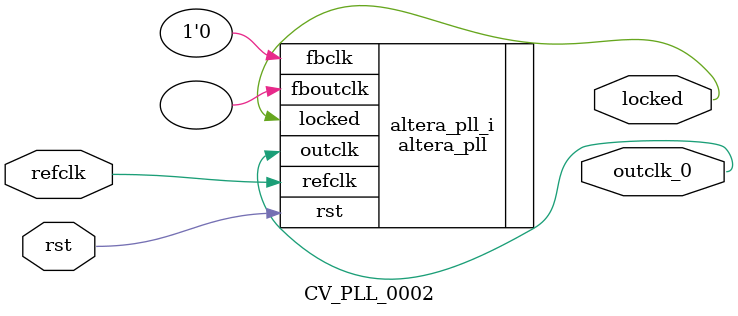
<source format=v>
`timescale 1ns/10ps
module  CV_PLL_0002(

	// interface 'refclk'
	input wire refclk,

	// interface 'reset'
	input wire rst,

	// interface 'outclk0'
	output wire outclk_0,

	// interface 'locked'
	output wire locked
);

	altera_pll #(
		.fractional_vco_multiplier("true"),
		.reference_clock_frequency("50.0 MHz"),
		.operation_mode("direct"),
		.number_of_clocks(1),
		.output_clock_frequency0("33.333333 MHz"),
		.phase_shift0("0 ps"),
		.duty_cycle0(50),
		.output_clock_frequency1("0 MHz"),
		.phase_shift1("0 ps"),
		.duty_cycle1(50),
		.output_clock_frequency2("0 MHz"),
		.phase_shift2("0 ps"),
		.duty_cycle2(50),
		.output_clock_frequency3("0 MHz"),
		.phase_shift3("0 ps"),
		.duty_cycle3(50),
		.output_clock_frequency4("0 MHz"),
		.phase_shift4("0 ps"),
		.duty_cycle4(50),
		.output_clock_frequency5("0 MHz"),
		.phase_shift5("0 ps"),
		.duty_cycle5(50),
		.output_clock_frequency6("0 MHz"),
		.phase_shift6("0 ps"),
		.duty_cycle6(50),
		.output_clock_frequency7("0 MHz"),
		.phase_shift7("0 ps"),
		.duty_cycle7(50),
		.output_clock_frequency8("0 MHz"),
		.phase_shift8("0 ps"),
		.duty_cycle8(50),
		.output_clock_frequency9("0 MHz"),
		.phase_shift9("0 ps"),
		.duty_cycle9(50),
		.output_clock_frequency10("0 MHz"),
		.phase_shift10("0 ps"),
		.duty_cycle10(50),
		.output_clock_frequency11("0 MHz"),
		.phase_shift11("0 ps"),
		.duty_cycle11(50),
		.output_clock_frequency12("0 MHz"),
		.phase_shift12("0 ps"),
		.duty_cycle12(50),
		.output_clock_frequency13("0 MHz"),
		.phase_shift13("0 ps"),
		.duty_cycle13(50),
		.output_clock_frequency14("0 MHz"),
		.phase_shift14("0 ps"),
		.duty_cycle14(50),
		.output_clock_frequency15("0 MHz"),
		.phase_shift15("0 ps"),
		.duty_cycle15(50),
		.output_clock_frequency16("0 MHz"),
		.phase_shift16("0 ps"),
		.duty_cycle16(50),
		.output_clock_frequency17("0 MHz"),
		.phase_shift17("0 ps"),
		.duty_cycle17(50),
		.pll_type("General"),
		.pll_subtype("General")
	) altera_pll_i (
		.rst	(rst),
		.outclk	({outclk_0}),
		.locked	(locked),
		.fboutclk	( ),
		.fbclk	(1'b0),
		.refclk	(refclk)
	);
endmodule


</source>
